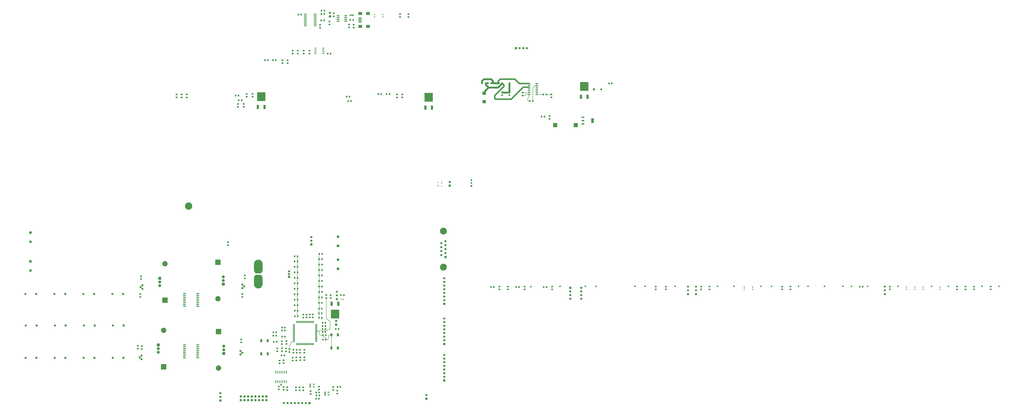
<source format=gtl>
G04*
G04 #@! TF.GenerationSoftware,Altium Limited,Altium Designer,21.5.1 (32)*
G04*
G04 Layer_Physical_Order=1*
G04 Layer_Color=255*
%FSLAX43Y43*%
%MOMM*%
G71*
G04*
G04 #@! TF.SameCoordinates,449709A0-46AC-47EF-B127-1EA7B65E703A*
G04*
G04*
G04 #@! TF.FilePolarity,Positive*
G04*
G01*
G75*
%ADD13C,0.254*%
%ADD21R,1.300X1.000*%
%ADD22R,1.000X1.300*%
%ADD23O,2.100X0.600*%
%ADD24O,2.100X0.350*%
%ADD25R,1.520X0.600*%
%ADD26O,1.850X0.700*%
%ADD27R,1.300X0.700*%
%ADD28R,0.508X2.032*%
%ADD29O,0.508X2.032*%
G04:AMPARAMS|DCode=30|XSize=0.3mm|YSize=1.45mm|CornerRadius=0.05mm|HoleSize=0mm|Usage=FLASHONLY|Rotation=90.000|XOffset=0mm|YOffset=0mm|HoleType=Round|Shape=RoundedRectangle|*
%AMROUNDEDRECTD30*
21,1,0.300,1.351,0,0,90.0*
21,1,0.201,1.450,0,0,90.0*
1,1,0.099,0.676,0.101*
1,1,0.099,0.676,-0.101*
1,1,0.099,-0.676,-0.101*
1,1,0.099,-0.676,0.101*
%
%ADD30ROUNDEDRECTD30*%
G04:AMPARAMS|DCode=31|XSize=0.3mm|YSize=1.45mm|CornerRadius=0.05mm|HoleSize=0mm|Usage=FLASHONLY|Rotation=0.000|XOffset=0mm|YOffset=0mm|HoleType=Round|Shape=RoundedRectangle|*
%AMROUNDEDRECTD31*
21,1,0.300,1.351,0,0,0.0*
21,1,0.201,1.450,0,0,0.0*
1,1,0.099,0.101,-0.676*
1,1,0.099,-0.101,-0.676*
1,1,0.099,-0.101,0.676*
1,1,0.099,0.101,0.676*
%
%ADD31ROUNDEDRECTD31*%
%ADD32R,0.850X0.410*%
%ADD33R,1.900X3.200*%
%ADD34R,1.900X0.900*%
%ADD35R,2.920X2.850*%
%ADD36R,2.500X2.000*%
%ADD37R,2.250X0.500*%
%ADD38O,2.100X0.700*%
%ADD39R,1.306X1.058*%
%ADD40R,0.800X0.800*%
%ADD41R,0.800X0.800*%
%ADD42R,5.800X6.200*%
%ADD43R,1.600X3.000*%
%ADD44R,2.350X2.200*%
%ADD45R,1.400X2.100*%
%ADD48C,5.400*%
%ADD76C,1.500*%
%ADD77R,1.500X1.500*%
G04:AMPARAMS|DCode=78|XSize=6.6mm|YSize=2.6mm|CornerRadius=1.3mm|HoleSize=0mm|Usage=FLASHONLY|Rotation=90.000|XOffset=0mm|YOffset=0mm|HoleType=Round|Shape=RoundedRectangle|*
%AMROUNDEDRECTD78*
21,1,6.600,0.000,0,0,90.0*
21,1,4.000,2.600,0,0,90.0*
1,1,2.600,0.000,2.000*
1,1,2.600,0.000,-2.000*
1,1,2.600,0.000,-2.000*
1,1,2.600,0.000,2.000*
%
%ADD78ROUNDEDRECTD78*%
%ADD79C,1.450*%
%ADD83R,2.000X2.000*%
%ADD84C,2.000*%
%ADD85R,3.700X3.700*%
%ADD86C,3.700*%
%ADD94R,1.450X1.450*%
%ADD101C,1.016*%
%ADD102C,1.270*%
%ADD103C,1.800*%
%ADD104R,1.800X1.800*%
%ADD105R,1.500X1.500*%
G04:AMPARAMS|DCode=106|XSize=1.016mm|YSize=1.016mm|CornerRadius=0.254mm|HoleSize=0mm|Usage=FLASHONLY|Rotation=90.000|XOffset=0mm|YOffset=0mm|HoleType=Round|Shape=RoundedRectangle|*
%AMROUNDEDRECTD106*
21,1,1.016,0.508,0,0,90.0*
21,1,0.508,1.016,0,0,90.0*
1,1,0.508,0.254,0.254*
1,1,0.508,0.254,-0.254*
1,1,0.508,-0.254,-0.254*
1,1,0.508,-0.254,0.254*
%
%ADD106ROUNDEDRECTD106*%
%ADD107C,1.400*%
%ADD108R,1.400X1.400*%
%ADD109C,1.200*%
%ADD110R,1.200X1.200*%
%ADD111R,1.500X1.500*%
%ADD112C,1.650*%
%ADD113R,1.650X1.650*%
%ADD114C,4.800*%
%ADD115R,1.500X1.500*%
%ADD116C,1.350*%
%ADD117R,1.350X1.350*%
%ADD118C,5.080*%
%ADD119C,0.254*%
%ADD120C,0.508*%
%ADD121C,1.270*%
G36*
X196283Y127194D02*
X196732Y127048D01*
X197152Y126834D01*
X197534Y126556D01*
X197868Y126222D01*
X198146Y125840D01*
X198360Y125420D01*
X198506Y124970D01*
X198580Y124504D01*
Y124268D01*
X198580Y120268D01*
Y120083D01*
X198535Y119716D01*
X198444Y119357D01*
X198311Y119012D01*
X198136Y118686D01*
X197922Y118384D01*
X197673Y118111D01*
X197392Y117870D01*
X197238Y117768D01*
X197238Y117768D01*
X193922Y117768D01*
X193768Y117870D01*
X193487Y118111D01*
X193238Y118384D01*
X193024Y118686D01*
X192849Y119012D01*
X192716Y119357D01*
X192625Y119716D01*
X192580Y120083D01*
X192580Y120268D01*
Y124268D01*
Y124504D01*
X192654Y124970D01*
X192800Y125420D01*
X193014Y125840D01*
X193292Y126222D01*
X193626Y126556D01*
X194008Y126834D01*
X194428Y127048D01*
X194878Y127194D01*
X195344Y127268D01*
X195816D01*
X196283Y127194D01*
D02*
G37*
G36*
X197238Y116768D02*
X197392Y116666D01*
X197673Y116425D01*
X197922Y116152D01*
X198136Y115850D01*
X198311Y115524D01*
X198444Y115179D01*
X198535Y114820D01*
X198580Y114453D01*
Y114268D01*
X198580Y114268D01*
X198580Y110268D01*
Y110032D01*
X198506Y109565D01*
X198360Y109116D01*
X198146Y108696D01*
X197868Y108314D01*
X197534Y107980D01*
X197152Y107702D01*
X196732Y107488D01*
X196283Y107342D01*
X195816Y107268D01*
X195344D01*
X194878Y107342D01*
X194428Y107488D01*
X194008Y107702D01*
X193626Y107980D01*
X193292Y108314D01*
X193014Y108696D01*
X192800Y109116D01*
X192654Y109565D01*
X192580Y110032D01*
Y110268D01*
X192580D01*
Y114268D01*
Y114453D01*
X192625Y114820D01*
X192716Y115179D01*
X192849Y115524D01*
X193024Y115850D01*
X193238Y116152D01*
X193487Y116425D01*
X193768Y116666D01*
X193922Y116768D01*
X193922Y116768D01*
X197238Y116768D01*
D02*
G37*
D13*
X261791Y289098D02*
X261874Y289015D01*
X237474Y77708D02*
X237744Y77978D01*
X236674Y77708D02*
X237474D01*
X235817Y77200D02*
X237760D01*
X238125Y76835D01*
X237744Y77978D02*
X243205D01*
X243967Y78740D01*
X245342D02*
X245491Y78889D01*
X243967Y78740D02*
X245342D01*
X245491Y78889D02*
Y84074D01*
X244983Y84582D02*
X245491Y84074D01*
X244812Y84582D02*
X244983D01*
X242802Y86592D02*
X242824Y86614D01*
X242802Y86592D02*
X244812Y84582D01*
X242824Y86614D02*
Y100700D01*
X217170Y65024D02*
Y67310D01*
X217932Y68072D02*
Y69088D01*
X217170Y67310D02*
X217932Y68072D01*
Y69088D02*
X219044Y70200D01*
X220367D01*
X222869Y91796D02*
Y99416D01*
X237760Y93218D02*
X238027Y93485D01*
X237760Y86766D02*
X238027Y87033D01*
X222602Y111112D02*
Y114389D01*
X237887Y116230D02*
X238027Y116091D01*
X222602Y122009D02*
X222869Y122276D01*
X222602Y99682D02*
Y102959D01*
Y103492D02*
Y106769D01*
X222996Y87884D02*
Y88034D01*
X237887Y108610D02*
X238027Y108471D01*
X237887Y104800D02*
X238027Y104940D01*
X222602Y114922D02*
Y118199D01*
Y129375D02*
X222869Y129642D01*
X222602Y88428D02*
X222996Y88034D01*
X222602Y122542D02*
X222869Y122276D01*
X222623Y91423D02*
X222996Y91796D01*
X237760Y97180D02*
X238027Y96914D01*
X237744Y89916D02*
X238027Y89633D01*
Y112560D02*
Y116091D01*
X222602Y125819D02*
X222869Y126086D01*
X238027Y104940D02*
Y108471D01*
X222602Y118732D02*
Y122009D01*
Y107302D02*
Y110579D01*
Y111112D02*
X222869Y110846D01*
X237887Y112420D02*
X238027Y112560D01*
X222602Y126352D02*
X222869Y126086D01*
X222602Y118199D02*
X222869Y118466D01*
X237760Y116230D02*
Y131064D01*
X222602Y126352D02*
Y129375D01*
Y114922D02*
X222869Y114656D01*
X237760Y97180D02*
Y104800D01*
X222602Y122542D02*
Y125819D01*
Y91124D02*
X222623Y91144D01*
X237760Y89916D02*
Y93218D01*
X222602Y118732D02*
X222869Y118466D01*
X222602Y110579D02*
X222869Y110846D01*
X222602Y107302D02*
X222869Y107036D01*
X222602Y114389D02*
X222869Y114656D01*
X222602Y102959D02*
X222869Y103226D01*
X222623Y91144D02*
Y91423D01*
X222602Y106769D02*
X222869Y107036D01*
X237760Y108610D02*
Y112420D01*
Y131064D02*
X238014Y131318D01*
X222602Y99682D02*
X222869Y99416D01*
X238027Y87033D02*
Y89633D01*
X222602Y103492D02*
X222869Y103226D01*
X238027Y93485D02*
Y96914D01*
X222602Y88428D02*
Y91124D01*
X238125Y75311D02*
X238760Y74676D01*
X238125Y75311D02*
Y76835D01*
X250493Y34041D02*
X250520Y34068D01*
X246416Y65808D02*
Y74908D01*
X244348Y74168D02*
X245088Y74908D01*
X246416D01*
X244348Y72390D02*
Y74168D01*
X243586Y71628D02*
X244348Y72390D01*
X242554Y71628D02*
X243586D01*
X240654Y73544D02*
Y74676D01*
X241046Y73152D02*
X242062D01*
X240654Y73544D02*
X241046Y73152D01*
X242554Y71628D02*
Y72660D01*
X242062Y73152D02*
X242554Y72660D01*
X238760Y74676D02*
X240654D01*
X386610Y247142D02*
X388128Y248660D01*
X389288D01*
X386461Y246993D02*
X386610Y247142D01*
X386610D01*
X382905Y238506D02*
Y239786D01*
X383646Y240527D01*
Y242310D01*
Y242316D02*
X383882D01*
X381635D02*
X383646D01*
X379459Y243580D02*
X383888D01*
X379349Y243470D02*
X379459Y243580D01*
X383882Y242316D02*
X383888Y242310D01*
X380989Y241670D02*
X381635Y242316D01*
X379349Y241670D02*
X380989D01*
X383667Y237744D02*
X384545D01*
X382905Y238506D02*
X383667Y237744D01*
X386345Y237744D02*
X386461Y237860D01*
Y246993D01*
X395943Y242200D02*
X399415D01*
X395827Y242316D02*
X395943Y242200D01*
X389294Y242316D02*
X393827D01*
X389288Y242310D02*
X389294Y242316D01*
D21*
X114554Y65040D02*
D03*
Y67040D02*
D03*
X113993Y113775D02*
D03*
Y115775D02*
D03*
X184404Y101362D02*
D03*
Y103362D02*
D03*
X183642Y71750D02*
D03*
Y69750D02*
D03*
X245872Y100600D02*
D03*
Y102600D02*
D03*
X242824Y100600D02*
D03*
Y102600D02*
D03*
X479044Y108580D02*
D03*
Y106580D02*
D03*
X471932Y108580D02*
D03*
Y106580D02*
D03*
X509397Y108580D02*
D03*
Y106580D02*
D03*
X503555Y108580D02*
D03*
Y106580D02*
D03*
X565658Y108580D02*
D03*
Y106580D02*
D03*
X559816Y108580D02*
D03*
Y106580D02*
D03*
X369062Y108580D02*
D03*
Y106580D02*
D03*
X363220Y108580D02*
D03*
Y106580D02*
D03*
X380746Y108580D02*
D03*
Y106580D02*
D03*
X399923Y108580D02*
D03*
Y106580D02*
D03*
X634873Y108580D02*
D03*
Y106580D02*
D03*
X693293Y108580D02*
D03*
Y106580D02*
D03*
X687451Y108580D02*
D03*
Y106580D02*
D03*
X681609Y108580D02*
D03*
Y106580D02*
D03*
X704977Y108580D02*
D03*
Y106580D02*
D03*
X219456Y270780D02*
D03*
Y272780D02*
D03*
X227076D02*
D03*
Y270780D02*
D03*
X215900Y266176D02*
D03*
Y264176D02*
D03*
X238506Y290740D02*
D03*
Y288740D02*
D03*
X261874Y288915D02*
D03*
Y290915D02*
D03*
X245085Y293102D02*
D03*
Y291102D02*
D03*
X299974Y298295D02*
D03*
Y296295D02*
D03*
X294132Y298295D02*
D03*
Y296295D02*
D03*
X399415Y242300D02*
D03*
Y240300D02*
D03*
X370205Y243824D02*
D03*
Y241824D02*
D03*
X365125Y243824D02*
D03*
Y241824D02*
D03*
X379349Y241570D02*
D03*
Y243570D02*
D03*
X398145Y227308D02*
D03*
Y225308D02*
D03*
X224358Y38338D02*
D03*
Y36338D02*
D03*
X211947Y70474D02*
D03*
Y68474D02*
D03*
X214808Y65424D02*
D03*
Y63424D02*
D03*
X226898Y36338D02*
D03*
Y38338D02*
D03*
X215138Y68596D02*
D03*
Y70596D02*
D03*
X208712Y63536D02*
D03*
Y65536D02*
D03*
X227584Y59304D02*
D03*
Y57304D02*
D03*
X224790Y59304D02*
D03*
Y57304D02*
D03*
X221996Y59166D02*
D03*
Y57166D02*
D03*
X219456Y59050D02*
D03*
Y57050D02*
D03*
X227584Y62500D02*
D03*
Y64500D02*
D03*
X224536Y62500D02*
D03*
Y64500D02*
D03*
X222250Y62500D02*
D03*
Y64500D02*
D03*
X219964Y62500D02*
D03*
Y64500D02*
D03*
X237804Y36862D02*
D03*
Y38862D02*
D03*
X215697Y38490D02*
D03*
Y36490D02*
D03*
X186198Y116311D02*
D03*
Y114311D02*
D03*
X111760Y67294D02*
D03*
Y65294D02*
D03*
X247710Y36608D02*
D03*
Y38608D02*
D03*
X113522Y101367D02*
D03*
Y103367D02*
D03*
X233426Y87138D02*
D03*
Y89138D02*
D03*
X231394Y87138D02*
D03*
Y89138D02*
D03*
X226822Y87000D02*
D03*
Y89000D02*
D03*
X229108Y89022D02*
D03*
Y87022D02*
D03*
X217170Y65024D02*
D03*
Y63024D02*
D03*
X223012Y272780D02*
D03*
Y270780D02*
D03*
X231140D02*
D03*
Y272780D02*
D03*
X212344Y266176D02*
D03*
Y264176D02*
D03*
X145796Y240300D02*
D03*
Y242300D02*
D03*
X142240Y240300D02*
D03*
Y242300D02*
D03*
X138684Y240300D02*
D03*
Y242300D02*
D03*
X295656Y240300D02*
D03*
Y242300D02*
D03*
X292100Y240300D02*
D03*
Y242300D02*
D03*
X191516Y240792D02*
D03*
Y242792D02*
D03*
X187452Y240792D02*
D03*
Y242792D02*
D03*
X185420Y233696D02*
D03*
Y235696D02*
D03*
X181356Y233696D02*
D03*
Y235696D02*
D03*
X258699Y289005D02*
D03*
Y291005D02*
D03*
X248031Y298803D02*
D03*
Y296803D02*
D03*
X174498Y137430D02*
D03*
Y139430D02*
D03*
X221818Y36338D02*
D03*
Y38338D02*
D03*
X212039Y63602D02*
D03*
Y65602D02*
D03*
X213141Y36744D02*
D03*
Y38744D02*
D03*
X209839Y36982D02*
D03*
Y38982D02*
D03*
X210347Y57032D02*
D03*
Y55032D02*
D03*
X250520Y34068D02*
D03*
Y36068D02*
D03*
X213157Y57286D02*
D03*
Y55286D02*
D03*
X231978Y33814D02*
D03*
Y35814D02*
D03*
D22*
X255116Y102616D02*
D03*
X253116D02*
D03*
X242554Y74676D02*
D03*
X240554D02*
D03*
X615934Y108469D02*
D03*
X613934D02*
D03*
X207756Y266192D02*
D03*
X205756D02*
D03*
X202284Y266192D02*
D03*
X200284D02*
D03*
X245856Y270764D02*
D03*
X243856D02*
D03*
X260080Y237744D02*
D03*
X258080D02*
D03*
X183996Y238252D02*
D03*
X181996D02*
D03*
X257064Y240792D02*
D03*
X259064D02*
D03*
X181848Y241554D02*
D03*
X179848D02*
D03*
X241324Y293891D02*
D03*
X239324D02*
D03*
X241513Y298438D02*
D03*
X239513D02*
D03*
X386445Y237744D02*
D03*
X384445D02*
D03*
X250614Y38728D02*
D03*
X252614D02*
D03*
X238042Y32782D02*
D03*
X236042D02*
D03*
X235788Y30496D02*
D03*
X237788D02*
D03*
X235904Y34814D02*
D03*
X237904D02*
D03*
X242300Y78994D02*
D03*
X240300D02*
D03*
X242300Y83312D02*
D03*
X240300D02*
D03*
X242300Y81026D02*
D03*
X240300D02*
D03*
X242300Y76962D02*
D03*
X240300D02*
D03*
X214106Y73660D02*
D03*
X212106D02*
D03*
X206010Y76708D02*
D03*
X208010D02*
D03*
X251444Y78994D02*
D03*
X249444D02*
D03*
X214106Y77978D02*
D03*
X212106D02*
D03*
X214106Y80010D02*
D03*
X212106D02*
D03*
X242554Y71628D02*
D03*
X240554D02*
D03*
X222869Y129642D02*
D03*
X220869D02*
D03*
X222869Y126086D02*
D03*
X220869D02*
D03*
X222869Y122276D02*
D03*
X220869D02*
D03*
X222869Y118466D02*
D03*
X220869D02*
D03*
X222869Y114656D02*
D03*
X220869D02*
D03*
X222869Y110846D02*
D03*
X220869D02*
D03*
X222869Y107036D02*
D03*
X220869D02*
D03*
X222869Y103226D02*
D03*
X220869D02*
D03*
X222869Y99416D02*
D03*
X220869D02*
D03*
X222869Y95606D02*
D03*
X220869D02*
D03*
X222996Y91796D02*
D03*
X220996D02*
D03*
X222996Y87884D02*
D03*
X220996D02*
D03*
X240014Y131318D02*
D03*
X238014D02*
D03*
X239760Y86766D02*
D03*
X237760D02*
D03*
X239744Y89916D02*
D03*
X237744D02*
D03*
X239760Y93218D02*
D03*
X237760D02*
D03*
X239760Y97180D02*
D03*
X237760D02*
D03*
X239887Y100990D02*
D03*
X237887D02*
D03*
X239887Y104800D02*
D03*
X237887D02*
D03*
X239887Y108610D02*
D03*
X237887D02*
D03*
X239887Y112420D02*
D03*
X237887D02*
D03*
X239887Y116230D02*
D03*
X237887D02*
D03*
X239887Y120040D02*
D03*
X237887D02*
D03*
X239887Y123850D02*
D03*
X237887D02*
D03*
X239887Y127660D02*
D03*
X237887D02*
D03*
X359394Y108215D02*
D03*
X357394D02*
D03*
X376920D02*
D03*
X374920D02*
D03*
X396097D02*
D03*
X394097D02*
D03*
X286861Y242570D02*
D03*
X284861D02*
D03*
X281019D02*
D03*
X279019D02*
D03*
X261544Y294222D02*
D03*
X259544D02*
D03*
X225358Y297981D02*
D03*
X223358D02*
D03*
X241589Y300648D02*
D03*
X239589D02*
D03*
X395827Y242316D02*
D03*
X393827D02*
D03*
X394573Y226943D02*
D03*
X392573D02*
D03*
X441436Y250057D02*
D03*
X439436D02*
D03*
X208375Y70109D02*
D03*
X206375D02*
D03*
X208010Y74422D02*
D03*
X206010D02*
D03*
X213750Y60604D02*
D03*
X211750D02*
D03*
D23*
X153419Y66675D02*
D03*
Y65405D02*
D03*
Y67945D02*
D03*
Y62865D02*
D03*
Y64135D02*
D03*
Y61595D02*
D03*
Y59055D02*
D03*
Y60325D02*
D03*
X144269Y62865D02*
D03*
Y64135D02*
D03*
Y67945D02*
D03*
Y65405D02*
D03*
Y66675D02*
D03*
Y59055D02*
D03*
Y60325D02*
D03*
Y61595D02*
D03*
X153419Y102489D02*
D03*
Y101219D02*
D03*
Y103759D02*
D03*
Y98679D02*
D03*
Y99949D02*
D03*
Y97409D02*
D03*
Y94869D02*
D03*
Y96139D02*
D03*
X144269Y98679D02*
D03*
Y99949D02*
D03*
Y103759D02*
D03*
Y101219D02*
D03*
Y102489D02*
D03*
Y94869D02*
D03*
Y96139D02*
D03*
Y97409D02*
D03*
D24*
X235200Y296497D02*
D03*
Y295847D02*
D03*
Y297147D02*
D03*
Y294547D02*
D03*
Y293897D02*
D03*
Y295197D02*
D03*
Y298447D02*
D03*
Y297797D02*
D03*
Y291947D02*
D03*
Y292597D02*
D03*
Y290647D02*
D03*
Y289997D02*
D03*
Y291297D02*
D03*
Y293247D02*
D03*
X228300Y294547D02*
D03*
Y293897D02*
D03*
Y295197D02*
D03*
Y297797D02*
D03*
Y298447D02*
D03*
Y296497D02*
D03*
Y295847D02*
D03*
Y297147D02*
D03*
Y290647D02*
D03*
Y291297D02*
D03*
Y289997D02*
D03*
Y293247D02*
D03*
Y291947D02*
D03*
Y292597D02*
D03*
D25*
X240792Y274574D02*
D03*
Y272034D02*
D03*
Y273304D02*
D03*
Y270764D02*
D03*
X235312D02*
D03*
Y273304D02*
D03*
Y274574D02*
D03*
Y272034D02*
D03*
D26*
X389288Y248660D02*
D03*
Y249930D02*
D03*
Y246120D02*
D03*
Y247390D02*
D03*
Y244850D02*
D03*
Y242310D02*
D03*
Y243580D02*
D03*
X383888Y246120D02*
D03*
Y249930D02*
D03*
Y247390D02*
D03*
Y248660D02*
D03*
Y242310D02*
D03*
Y243580D02*
D03*
Y244850D02*
D03*
D27*
X234124Y40574D02*
D03*
Y38674D02*
D03*
X231724Y39624D02*
D03*
Y40574D02*
D03*
Y38674D02*
D03*
X244380Y35011D02*
D03*
Y33111D02*
D03*
X241980Y34061D02*
D03*
Y35011D02*
D03*
Y33111D02*
D03*
D28*
X215173Y48920D02*
D03*
D29*
X213903D02*
D03*
X211363D02*
D03*
X212633D02*
D03*
X213903Y42316D02*
D03*
X215173D02*
D03*
X211363D02*
D03*
X212633D02*
D03*
X210093Y48920D02*
D03*
X207553D02*
D03*
X208823D02*
D03*
Y42316D02*
D03*
X210093D02*
D03*
X207553D02*
D03*
D30*
X235817Y80700D02*
D03*
Y81200D02*
D03*
Y79700D02*
D03*
Y80200D02*
D03*
Y81700D02*
D03*
Y82200D02*
D03*
Y77200D02*
D03*
Y77700D02*
D03*
Y76200D02*
D03*
Y76700D02*
D03*
Y78700D02*
D03*
Y79200D02*
D03*
Y78200D02*
D03*
Y73700D02*
D03*
Y74200D02*
D03*
Y75200D02*
D03*
Y75700D02*
D03*
Y74700D02*
D03*
Y71200D02*
D03*
Y71700D02*
D03*
Y70200D02*
D03*
Y70700D02*
D03*
Y72700D02*
D03*
Y73200D02*
D03*
Y72200D02*
D03*
X220367Y80200D02*
D03*
Y79200D02*
D03*
Y79700D02*
D03*
Y81700D02*
D03*
Y82200D02*
D03*
Y80700D02*
D03*
Y81200D02*
D03*
Y76700D02*
D03*
Y77200D02*
D03*
Y75700D02*
D03*
Y76200D02*
D03*
Y78200D02*
D03*
Y78700D02*
D03*
Y77700D02*
D03*
Y73700D02*
D03*
Y74200D02*
D03*
Y74700D02*
D03*
Y75200D02*
D03*
Y71200D02*
D03*
Y71700D02*
D03*
Y70200D02*
D03*
Y70700D02*
D03*
Y72700D02*
D03*
Y73200D02*
D03*
Y72200D02*
D03*
D31*
X234092Y83925D02*
D03*
X233592D02*
D03*
X229592D02*
D03*
X229092D02*
D03*
X230592D02*
D03*
X230092D02*
D03*
X227592D02*
D03*
X227092D02*
D03*
X228592D02*
D03*
X228092D02*
D03*
X232092D02*
D03*
X231592D02*
D03*
X233092D02*
D03*
X232592D02*
D03*
X231092D02*
D03*
X229592Y68475D02*
D03*
X229092D02*
D03*
X230592D02*
D03*
X230092D02*
D03*
X227592D02*
D03*
X227092D02*
D03*
X228592D02*
D03*
X228092D02*
D03*
X233092D02*
D03*
X232592D02*
D03*
X234092D02*
D03*
X233592D02*
D03*
X231592D02*
D03*
X231092D02*
D03*
X232092D02*
D03*
X224092Y83925D02*
D03*
X223592D02*
D03*
X225092D02*
D03*
X224592D02*
D03*
X222092D02*
D03*
X223092D02*
D03*
X222592D02*
D03*
X226092D02*
D03*
X225592D02*
D03*
X226592D02*
D03*
X223092Y68475D02*
D03*
X224092D02*
D03*
X223592D02*
D03*
X222592D02*
D03*
X222092D02*
D03*
X225592D02*
D03*
X225092D02*
D03*
X226592D02*
D03*
X226092D02*
D03*
X224592D02*
D03*
D32*
X323143Y180532D02*
D03*
Y181182D02*
D03*
Y178482D02*
D03*
X320493Y179132D02*
D03*
Y181182D02*
D03*
Y178482D02*
D03*
D33*
X428038Y224149D02*
D03*
D34*
X421338D02*
D03*
Y226449D02*
D03*
Y221849D02*
D03*
D35*
X416384Y220980D02*
D03*
X402004D02*
D03*
D36*
X271926Y298684D02*
D03*
Y289784D02*
D03*
X266476Y298684D02*
D03*
Y289784D02*
D03*
D37*
X266351Y293434D02*
D03*
Y294234D02*
D03*
Y295834D02*
D03*
Y295034D02*
D03*
Y292634D02*
D03*
D38*
X256396Y297143D02*
D03*
Y294603D02*
D03*
Y295873D02*
D03*
Y293333D02*
D03*
X251096Y294603D02*
D03*
Y297143D02*
D03*
Y295873D02*
D03*
Y293333D02*
D03*
D39*
X261406Y297524D02*
D03*
X259853D02*
D03*
D40*
X539369Y108203D02*
D03*
Y106703D02*
D03*
X533527Y108203D02*
D03*
Y106703D02*
D03*
X657987Y108203D02*
D03*
Y106703D02*
D03*
X652145Y108203D02*
D03*
Y106703D02*
D03*
X646303Y108203D02*
D03*
Y106703D02*
D03*
X669671Y108203D02*
D03*
Y106703D02*
D03*
X282194Y297918D02*
D03*
Y296418D02*
D03*
X276352Y297918D02*
D03*
Y296418D02*
D03*
D41*
X254750Y99568D02*
D03*
X253250D02*
D03*
D42*
X314055Y240417D02*
D03*
X197612Y240792D02*
D03*
X248920Y89408D02*
D03*
X422275Y247904D02*
D03*
D43*
X311765Y233217D02*
D03*
X316345D02*
D03*
X195322Y233592D02*
D03*
X199902D02*
D03*
X251210Y96608D02*
D03*
X246630D02*
D03*
X419985Y240704D02*
D03*
X424565D02*
D03*
D44*
X352679Y243209D02*
D03*
Y237359D02*
D03*
D45*
X246416Y65808D02*
D03*
Y74908D02*
D03*
X250916D02*
D03*
Y65808D02*
D03*
X202148Y70844D02*
D03*
Y61744D02*
D03*
X197648Y70844D02*
D03*
Y61744D02*
D03*
D48*
X195580Y122367D02*
D03*
Y112018D02*
D03*
D76*
X169164Y31750D02*
D03*
Y34290D02*
D03*
X420116Y107707D02*
D03*
Y105167D02*
D03*
Y102627D02*
D03*
Y100087D02*
D03*
X412496Y105167D02*
D03*
Y102627D02*
D03*
Y100087D02*
D03*
X216980Y119178D02*
D03*
Y117268D02*
D03*
X232410Y140462D02*
D03*
Y143002D02*
D03*
X328676Y181356D02*
D03*
X324866Y58431D02*
D03*
Y55891D02*
D03*
Y60971D02*
D03*
Y50811D02*
D03*
Y53351D02*
D03*
Y45731D02*
D03*
Y48271D02*
D03*
Y111771D02*
D03*
Y109231D02*
D03*
Y114311D02*
D03*
Y104151D02*
D03*
Y106691D02*
D03*
Y99071D02*
D03*
Y101611D02*
D03*
Y83831D02*
D03*
Y81291D02*
D03*
Y86371D02*
D03*
Y76211D02*
D03*
Y78751D02*
D03*
Y71131D02*
D03*
Y73671D02*
D03*
X223520Y27443D02*
D03*
X226060D02*
D03*
X220980D02*
D03*
X228600D02*
D03*
X215900D02*
D03*
X213360D02*
D03*
X218440D02*
D03*
X245389Y299251D02*
D03*
X249682Y84582D02*
D03*
X325726Y140171D02*
D03*
Y134631D02*
D03*
Y131861D02*
D03*
Y137401D02*
D03*
X322886Y136016D02*
D03*
Y138786D02*
D03*
Y133246D02*
D03*
Y130476D02*
D03*
X382397Y274574D02*
D03*
X379857D02*
D03*
X377317D02*
D03*
X355092Y250190D02*
D03*
X357632D02*
D03*
X360172D02*
D03*
X312420Y33020D02*
D03*
D77*
X169164Y29210D02*
D03*
X216980Y115358D02*
D03*
X232410Y137922D02*
D03*
X328676Y178816D02*
D03*
X324866Y43191D02*
D03*
Y96531D02*
D03*
Y68591D02*
D03*
X325726Y129091D02*
D03*
X312420Y30480D02*
D03*
D78*
X195580Y122268D02*
D03*
Y112268D02*
D03*
D79*
X184404Y62484D02*
D03*
X183134Y63754D02*
D03*
Y61214D02*
D03*
X185690Y108707D02*
D03*
X184420Y109977D02*
D03*
Y107437D02*
D03*
X114316Y60457D02*
D03*
X113046Y59187D02*
D03*
X114316Y57917D02*
D03*
X115046Y109479D02*
D03*
X113776Y108209D02*
D03*
X115046Y106939D02*
D03*
X33640Y103378D02*
D03*
X53833D02*
D03*
X73899D02*
D03*
X94092D02*
D03*
X33915Y81500D02*
D03*
X54108D02*
D03*
X74301D02*
D03*
X94494D02*
D03*
X33767Y58980D02*
D03*
X53960D02*
D03*
X74153D02*
D03*
X94346D02*
D03*
D83*
X171589Y61966D02*
D03*
X171196Y110236D02*
D03*
X126029Y67933D02*
D03*
X127000Y114320D02*
D03*
D84*
X171589Y67066D02*
D03*
Y64516D02*
D03*
X171196Y115336D02*
D03*
Y112786D02*
D03*
X126029Y65383D02*
D03*
Y62833D02*
D03*
X127000Y111770D02*
D03*
Y109220D02*
D03*
D85*
X167894Y77216D02*
D03*
X167501Y125486D02*
D03*
X129725Y52683D02*
D03*
X130695Y99070D02*
D03*
D86*
X167894Y51816D02*
D03*
X167501Y100086D02*
D03*
X129725Y78083D02*
D03*
X130695Y124470D02*
D03*
D94*
X41140Y103378D02*
D03*
X61333D02*
D03*
X81399D02*
D03*
X101592D02*
D03*
X41415Y81500D02*
D03*
X61608D02*
D03*
X81801D02*
D03*
X101994D02*
D03*
X41267Y58980D02*
D03*
X61460D02*
D03*
X81653D02*
D03*
X101846D02*
D03*
D101*
X362492Y250283D02*
Y250625D01*
X362415Y250702D02*
Y251544D01*
X362492Y250283D02*
X362585Y250190D01*
X362415Y250702D02*
X362492Y250625D01*
X362415Y251544D02*
X363855Y252984D01*
X374015D01*
X377069Y249930D01*
X383888D01*
X379851Y247390D02*
X383888D01*
X371475Y239014D02*
X379851Y247390D01*
X360640Y239014D02*
X371475D01*
X365125Y250190D02*
X366395Y248920D01*
Y247904D02*
Y248920D01*
X360045Y241554D02*
X366395Y247904D01*
X360045Y239609D02*
Y241554D01*
Y239609D02*
X360640Y239014D01*
D102*
X358660Y250305D02*
X358775Y250190D01*
X362585D01*
X352679Y243209D02*
X352754D01*
X353219Y243674D01*
Y244634D01*
X355727Y247142D01*
X353739Y249130D02*
X355727Y247142D01*
X362349D01*
X365081Y249874D02*
Y250146D01*
X353739Y249130D02*
Y250146D01*
X353695Y250190D02*
X353739Y250146D01*
X362349Y247142D02*
X365081Y249874D01*
X365125Y243724D02*
X370205D01*
X370205Y243724D01*
Y250190D01*
X365081Y250146D02*
X365125Y250190D01*
X358660Y250305D02*
Y251829D01*
X357505Y252984D02*
X358660Y251829D01*
X352425Y252984D02*
X357505D01*
X351155Y251714D02*
X352425Y252984D01*
X351155Y250190D02*
Y251714D01*
D103*
X37084Y139827D02*
D03*
X250952Y143256D02*
D03*
Y127254D02*
D03*
X37084Y119761D02*
D03*
D104*
Y146177D02*
D03*
X250952Y136906D02*
D03*
Y120904D02*
D03*
X37084Y126111D02*
D03*
D105*
X412496Y107707D02*
D03*
X231140Y27443D02*
D03*
D106*
X385064Y108458D02*
D03*
X405384Y108723D02*
D03*
X422910D02*
D03*
X430276D02*
D03*
X457454D02*
D03*
X464566D02*
D03*
X485394D02*
D03*
X514985D02*
D03*
X526415D02*
D03*
X545211D02*
D03*
X552450D02*
D03*
X571246D02*
D03*
X577850D02*
D03*
X589280D02*
D03*
X602107D02*
D03*
X608076D02*
D03*
X619252D02*
D03*
X640461D02*
D03*
X663829D02*
D03*
X675513D02*
D03*
X698881D02*
D03*
X710565D02*
D03*
D107*
X499999Y105929D02*
D03*
Y108529D02*
D03*
X494411Y105929D02*
D03*
Y108529D02*
D03*
X631317Y105929D02*
D03*
Y108529D02*
D03*
X250190Y102422D02*
D03*
Y105022D02*
D03*
D108*
X499999Y103329D02*
D03*
X494411D02*
D03*
X631317D02*
D03*
X250190Y99822D02*
D03*
D109*
X343773Y180689D02*
D03*
Y182689D02*
D03*
D110*
Y178689D02*
D03*
D111*
X245389Y296711D02*
D03*
X249682Y82042D02*
D03*
D112*
X196088Y32004D02*
D03*
X198628D02*
D03*
X193548D02*
D03*
X191008D02*
D03*
X188468D02*
D03*
X201168Y29464D02*
D03*
X193548D02*
D03*
X191008D02*
D03*
X198628D02*
D03*
X196088D02*
D03*
X185928D02*
D03*
Y32004D02*
D03*
X183388D02*
D03*
Y29464D02*
D03*
X188468D02*
D03*
D113*
X201168Y32004D02*
D03*
D114*
X324306Y147131D02*
D03*
Y122131D02*
D03*
D115*
X374777Y274574D02*
D03*
X362712Y250190D02*
D03*
D116*
X434046Y245866D02*
D03*
D117*
X429046D02*
D03*
D118*
X147066Y164592D02*
D03*
D119*
X211430Y40259D02*
D03*
D03*
D120*
D03*
D121*
D03*
D03*
M02*

</source>
